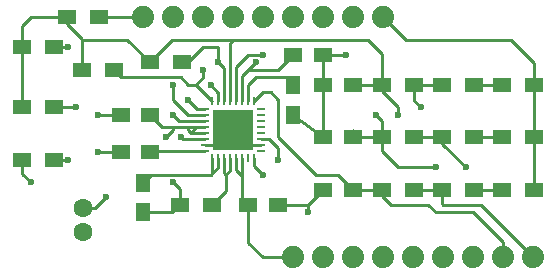
<source format=gtl>
G04 #@! TF.FileFunction,Copper,L1,Top,Signal*
%FSLAX46Y46*%
G04 Gerber Fmt 4.6, Leading zero omitted, Abs format (unit mm)*
G04 Created by KiCad (PCBNEW 4.0.6) date Sunday, December 17, 2017 'PMt' 09:14:31 PM*
%MOMM*%
%LPD*%
G01*
G04 APERTURE LIST*
%ADD10C,0.100000*%
%ADD11R,1.500000X1.250000*%
%ADD12R,1.250000X1.500000*%
%ADD13R,1.500000X1.300000*%
%ADD14C,1.597660*%
%ADD15C,1.879600*%
%ADD16R,0.700000X0.250000*%
%ADD17R,0.250000X0.700000*%
%ADD18R,1.725000X1.725000*%
%ADD19C,0.600000*%
%ADD20C,0.250000*%
G04 APERTURE END LIST*
D10*
D11*
X170795000Y-103505000D03*
X168295000Y-103505000D03*
X170795000Y-99060000D03*
X168295000Y-99060000D03*
X170795000Y-94615000D03*
X168295000Y-94615000D03*
X153650000Y-97155000D03*
X151150000Y-97155000D03*
X153650000Y-100330000D03*
X151150000Y-100330000D03*
D12*
X153035000Y-105390000D03*
X153035000Y-102890000D03*
D11*
X165755000Y-92075000D03*
X168255000Y-92075000D03*
D12*
X165735000Y-94635000D03*
X165735000Y-97135000D03*
D11*
X161945000Y-104775000D03*
X164445000Y-104775000D03*
D13*
X186135000Y-103505000D03*
X183435000Y-103505000D03*
X186135000Y-94615000D03*
X183435000Y-94615000D03*
X186135000Y-99060000D03*
X183435000Y-99060000D03*
D14*
X147955000Y-107043220D03*
X147955000Y-105046780D03*
D15*
X186055000Y-109220000D03*
X183515000Y-109220000D03*
X180975000Y-109220000D03*
X178435000Y-109220000D03*
X175895000Y-109220000D03*
X173355000Y-109220000D03*
X170815000Y-109220000D03*
X168275000Y-109220000D03*
X165735000Y-109220000D03*
X153035000Y-88900000D03*
X155575000Y-88900000D03*
X158115000Y-88900000D03*
X160655000Y-88900000D03*
X163195000Y-88900000D03*
X165735000Y-88900000D03*
X168275000Y-88900000D03*
X170815000Y-88900000D03*
X173355000Y-88900000D03*
D13*
X156130000Y-104775000D03*
X158830000Y-104775000D03*
X145495000Y-100965000D03*
X142795000Y-100965000D03*
X175975000Y-103505000D03*
X173275000Y-103505000D03*
X175975000Y-99060000D03*
X173275000Y-99060000D03*
X175975000Y-94615000D03*
X173275000Y-94615000D03*
X145495000Y-96520000D03*
X142795000Y-96520000D03*
X156290000Y-92710000D03*
X153590000Y-92710000D03*
X181055000Y-103505000D03*
X178355000Y-103505000D03*
X181055000Y-94615000D03*
X178355000Y-94615000D03*
X181055000Y-99060000D03*
X178355000Y-99060000D03*
X149305000Y-88900000D03*
X146605000Y-88900000D03*
X150575000Y-93345000D03*
X147875000Y-93345000D03*
X145495000Y-91440000D03*
X142795000Y-91440000D03*
D16*
X158255000Y-96675000D03*
X158255000Y-97175000D03*
X158255000Y-97675000D03*
X158255000Y-98175000D03*
X158255000Y-98675000D03*
X158255000Y-99175000D03*
X158255000Y-99675000D03*
X158255000Y-100175000D03*
D17*
X158905000Y-100825000D03*
X159405000Y-100825000D03*
X159905000Y-100825000D03*
X160405000Y-100825000D03*
X160905000Y-100825000D03*
X161405000Y-100825000D03*
X161905000Y-100825000D03*
X162405000Y-100825000D03*
D16*
X163055000Y-100175000D03*
X163055000Y-99675000D03*
X163055000Y-99175000D03*
X163055000Y-98675000D03*
X163055000Y-98175000D03*
X163055000Y-97675000D03*
X163055000Y-97175000D03*
X163055000Y-96675000D03*
D17*
X162405000Y-96025000D03*
X161905000Y-96025000D03*
X161405000Y-96025000D03*
X160905000Y-96025000D03*
X160405000Y-96025000D03*
X159905000Y-96025000D03*
X159405000Y-96025000D03*
X158905000Y-96025000D03*
D18*
X161517500Y-99287500D03*
X161517500Y-97562500D03*
X159792500Y-99287500D03*
X159792500Y-97562500D03*
D19*
X143510000Y-102870000D03*
X167005000Y-105410000D03*
X170180000Y-92075000D03*
X149225000Y-97155000D03*
X163195000Y-102235000D03*
X159792500Y-99287500D03*
X161517500Y-99287500D03*
X161517500Y-97562500D03*
X159792500Y-97562500D03*
X149225000Y-100330000D03*
X177800000Y-101600000D03*
X172720000Y-97155000D03*
X163195000Y-92075000D03*
X174625000Y-97155000D03*
X149860000Y-104140000D03*
X154940000Y-99060000D03*
X162560000Y-92710000D03*
X164465000Y-100965000D03*
X155575000Y-102870000D03*
X156210000Y-99060000D03*
X155575000Y-94615000D03*
X146685000Y-91440000D03*
X156845000Y-95885000D03*
X158115000Y-93345000D03*
X158750000Y-94615000D03*
X147320000Y-96520000D03*
X159385000Y-92710000D03*
X155575000Y-97155000D03*
X146685000Y-100965000D03*
X180340000Y-101600000D03*
X176530000Y-96520000D03*
D20*
X173275000Y-103505000D02*
X173275000Y-104060000D01*
X173275000Y-104060000D02*
X173990000Y-104775000D01*
X183515000Y-107950000D02*
X183515000Y-109220000D01*
X180975000Y-105410000D02*
X183515000Y-107950000D01*
X177800000Y-105410000D02*
X180975000Y-105410000D01*
X177165000Y-104775000D02*
X177800000Y-105410000D01*
X173990000Y-104775000D02*
X177165000Y-104775000D01*
X162405000Y-96025000D02*
X162420000Y-96025000D01*
X162420000Y-96025000D02*
X163195000Y-95250000D01*
X163195000Y-95250000D02*
X163830000Y-95250000D01*
X163830000Y-95250000D02*
X164465000Y-95885000D01*
X164465000Y-95885000D02*
X164465000Y-99060000D01*
X164465000Y-99060000D02*
X167640000Y-102235000D01*
X167640000Y-102235000D02*
X169525000Y-102235000D01*
X169525000Y-102235000D02*
X170795000Y-103505000D01*
X170795000Y-103505000D02*
X173275000Y-103505000D01*
X142795000Y-100965000D02*
X142795000Y-102155000D01*
X142795000Y-102155000D02*
X143510000Y-102870000D01*
X167005000Y-104775000D02*
X167005000Y-105410000D01*
X164445000Y-104775000D02*
X167005000Y-104775000D01*
X167005000Y-104775000D02*
X167025000Y-104775000D01*
X167025000Y-104775000D02*
X168295000Y-103505000D01*
X168255000Y-92075000D02*
X170180000Y-92075000D01*
X168255000Y-92075000D02*
X168255000Y-94575000D01*
X168255000Y-94575000D02*
X168295000Y-94615000D01*
X168295000Y-99060000D02*
X168295000Y-94615000D01*
X168295000Y-99060000D02*
X165755000Y-97155000D01*
X165755000Y-97155000D02*
X165735000Y-97135000D01*
X151150000Y-97155000D02*
X149225000Y-97155000D01*
X162405000Y-100825000D02*
X162405000Y-101445000D01*
X162405000Y-101445000D02*
X163195000Y-102235000D01*
X159405000Y-99675000D02*
X159792500Y-99287500D01*
X161905000Y-99675000D02*
X161517500Y-99287500D01*
X151150000Y-100330000D02*
X149225000Y-100330000D01*
X158255000Y-99675000D02*
X159405000Y-99675000D01*
X163055000Y-99675000D02*
X161905000Y-99675000D01*
X173275000Y-99060000D02*
X173275000Y-100250000D01*
X174625000Y-101600000D02*
X177800000Y-101600000D01*
X173275000Y-100250000D02*
X174625000Y-101600000D01*
X160905000Y-96025000D02*
X160905000Y-93095000D01*
X173275000Y-97710000D02*
X173275000Y-99060000D01*
X172720000Y-97155000D02*
X173275000Y-97710000D01*
X161925000Y-92075000D02*
X163195000Y-92075000D01*
X160905000Y-93095000D02*
X161925000Y-92075000D01*
X170795000Y-98445000D02*
X170795000Y-99060000D01*
X170795000Y-99060000D02*
X173275000Y-99060000D01*
X174625000Y-96520000D02*
X174625000Y-97155000D01*
X173275000Y-95170000D02*
X174625000Y-96520000D01*
X173275000Y-94615000D02*
X173275000Y-95170000D01*
X147875000Y-90805000D02*
X151685000Y-90805000D01*
X151685000Y-90805000D02*
X153590000Y-92710000D01*
X142795000Y-96520000D02*
X142795000Y-91440000D01*
X146605000Y-88900000D02*
X143510000Y-88900000D01*
X142795000Y-89615000D02*
X142795000Y-91440000D01*
X143510000Y-88900000D02*
X142795000Y-89615000D01*
X147875000Y-93345000D02*
X147875000Y-90805000D01*
X147875000Y-90805000D02*
X147875000Y-90725000D01*
X147875000Y-90725000D02*
X146605000Y-89455000D01*
X146605000Y-89455000D02*
X146605000Y-88900000D01*
X160655000Y-90805000D02*
X155495000Y-90805000D01*
X155495000Y-90805000D02*
X153590000Y-92710000D01*
X160405000Y-96025000D02*
X160405000Y-91055000D01*
X173275000Y-91995000D02*
X173275000Y-94615000D01*
X172085000Y-90805000D02*
X173275000Y-91995000D01*
X160655000Y-90805000D02*
X172085000Y-90805000D01*
X160405000Y-91055000D02*
X160655000Y-90805000D01*
X173275000Y-94615000D02*
X170795000Y-94615000D01*
X155575000Y-98175000D02*
X155575000Y-98425000D01*
X148953220Y-105046780D02*
X147955000Y-105046780D01*
X149860000Y-104140000D02*
X148953220Y-105046780D01*
X155575000Y-98425000D02*
X154940000Y-99060000D01*
X156845000Y-98175000D02*
X155575000Y-98175000D01*
X155575000Y-98175000D02*
X154670000Y-98175000D01*
X154670000Y-98175000D02*
X153650000Y-97155000D01*
X157075000Y-98655000D02*
X156845000Y-98425000D01*
X156845000Y-98425000D02*
X156845000Y-98175000D01*
X157075000Y-98675000D02*
X157075000Y-98655000D01*
X158255000Y-98675000D02*
X157075000Y-98675000D01*
X157555000Y-98175000D02*
X158255000Y-98175000D01*
X157075000Y-98655000D02*
X157555000Y-98175000D01*
X158255000Y-98175000D02*
X156845000Y-98175000D01*
X156845000Y-98175000D02*
X156575000Y-98175000D01*
X158255000Y-100175000D02*
X153805000Y-100175000D01*
X153805000Y-100175000D02*
X153650000Y-100330000D01*
X161925000Y-93345000D02*
X162560000Y-92710000D01*
X163055000Y-99175000D02*
X163715000Y-99175000D01*
X163715000Y-99175000D02*
X164465000Y-99925000D01*
X164465000Y-99925000D02*
X164465000Y-100965000D01*
X161405000Y-96025000D02*
X161405000Y-93865000D01*
X164485000Y-93345000D02*
X165755000Y-92075000D01*
X161925000Y-93345000D02*
X164485000Y-93345000D01*
X161405000Y-93865000D02*
X161925000Y-93345000D01*
X165215000Y-92615000D02*
X165755000Y-92075000D01*
X153035000Y-105390000D02*
X155515000Y-105390000D01*
X155515000Y-105390000D02*
X156130000Y-104775000D01*
X158255000Y-99175000D02*
X156325000Y-99175000D01*
X156130000Y-103425000D02*
X156130000Y-104775000D01*
X155575000Y-102870000D02*
X156130000Y-103425000D01*
X156325000Y-99175000D02*
X156210000Y-99060000D01*
X158750000Y-102235000D02*
X153690000Y-102235000D01*
X153690000Y-102235000D02*
X153035000Y-102890000D01*
X158905000Y-100825000D02*
X158905000Y-102080000D01*
X159405000Y-101580000D02*
X158750000Y-102235000D01*
X159405000Y-101580000D02*
X159405000Y-100825000D01*
X158905000Y-102080000D02*
X158750000Y-102235000D01*
X165735000Y-94635000D02*
X165735000Y-93980000D01*
X165735000Y-93980000D02*
X163830000Y-93980000D01*
X163830000Y-93980000D02*
X162560000Y-93980000D01*
X162560000Y-93980000D02*
X161905000Y-94635000D01*
X161905000Y-94635000D02*
X161905000Y-96025000D01*
X165735000Y-109220000D02*
X163195000Y-109220000D01*
X161945000Y-107970000D02*
X161945000Y-104775000D01*
X163195000Y-109220000D02*
X161945000Y-107970000D01*
X161405000Y-102120000D02*
X161405000Y-104235000D01*
X161405000Y-104235000D02*
X161945000Y-104775000D01*
X161405000Y-100825000D02*
X161405000Y-102120000D01*
X160905000Y-101850000D02*
X161290000Y-102235000D01*
X160905000Y-101850000D02*
X160905000Y-100825000D01*
X161405000Y-102120000D02*
X161290000Y-102235000D01*
X186135000Y-94615000D02*
X186135000Y-92790000D01*
X175260000Y-90805000D02*
X173355000Y-88900000D01*
X184150000Y-90805000D02*
X175260000Y-90805000D01*
X186135000Y-92790000D02*
X184150000Y-90805000D01*
X186135000Y-99060000D02*
X186135000Y-103505000D01*
X186135000Y-94615000D02*
X186135000Y-99060000D01*
X183435000Y-103505000D02*
X181055000Y-103505000D01*
X181055000Y-94615000D02*
X183435000Y-94615000D01*
X181055000Y-99060000D02*
X183435000Y-99060000D01*
X155575000Y-95885000D02*
X155575000Y-94615000D01*
X158255000Y-97175000D02*
X156865000Y-97175000D01*
X156865000Y-97175000D02*
X155575000Y-95885000D01*
X153035000Y-88900000D02*
X149305000Y-88900000D01*
X146685000Y-91440000D02*
X145495000Y-91440000D01*
X157635000Y-96675000D02*
X156845000Y-95885000D01*
X158255000Y-96675000D02*
X157635000Y-96675000D01*
X157635000Y-96675000D02*
X157480000Y-96520000D01*
X158905000Y-96025000D02*
X158890000Y-96025000D01*
X158890000Y-96025000D02*
X157480000Y-94615000D01*
X158115000Y-93980000D02*
X158115000Y-93345000D01*
X158115000Y-93980000D02*
X157480000Y-94615000D01*
X156210000Y-93980000D02*
X151130000Y-93980000D01*
X156845000Y-94615000D02*
X156210000Y-93980000D01*
X157480000Y-94615000D02*
X156845000Y-94615000D01*
X151130000Y-93980000D02*
X150575000Y-93345000D01*
X159405000Y-96025000D02*
X159405000Y-95270000D01*
X159405000Y-95270000D02*
X158750000Y-94615000D01*
X147320000Y-96520000D02*
X145495000Y-96520000D01*
X159385000Y-92710000D02*
X159385000Y-91440000D01*
X158115000Y-91440000D02*
X156845000Y-92710000D01*
X159385000Y-91440000D02*
X158115000Y-91440000D01*
X156845000Y-92710000D02*
X156290000Y-92710000D01*
X159905000Y-96025000D02*
X159905000Y-93230000D01*
X159905000Y-93230000D02*
X159385000Y-92710000D01*
X160020000Y-102235000D02*
X160020000Y-103585000D01*
X160020000Y-103585000D02*
X158830000Y-104775000D01*
X160405000Y-100825000D02*
X160405000Y-101850000D01*
X159905000Y-102120000D02*
X160020000Y-102235000D01*
X159905000Y-102120000D02*
X159905000Y-100825000D01*
X160405000Y-101850000D02*
X160020000Y-102235000D01*
X145495000Y-100965000D02*
X146050000Y-100965000D01*
X156095000Y-97675000D02*
X155575000Y-97155000D01*
X146685000Y-100965000D02*
X146050000Y-100965000D01*
X156095000Y-97675000D02*
X158255000Y-97675000D01*
X178355000Y-103505000D02*
X178355000Y-104695000D01*
X181610000Y-104775000D02*
X186055000Y-109220000D01*
X178435000Y-104775000D02*
X181610000Y-104775000D01*
X178355000Y-104695000D02*
X178435000Y-104775000D01*
X178355000Y-103505000D02*
X175975000Y-103505000D01*
X178355000Y-99060000D02*
X178355000Y-99615000D01*
X178355000Y-99615000D02*
X180340000Y-101600000D01*
X175975000Y-99060000D02*
X178355000Y-99060000D01*
X175975000Y-94615000D02*
X175975000Y-95965000D01*
X175975000Y-95965000D02*
X176530000Y-96520000D01*
X178355000Y-94615000D02*
X175975000Y-94615000D01*
M02*

</source>
